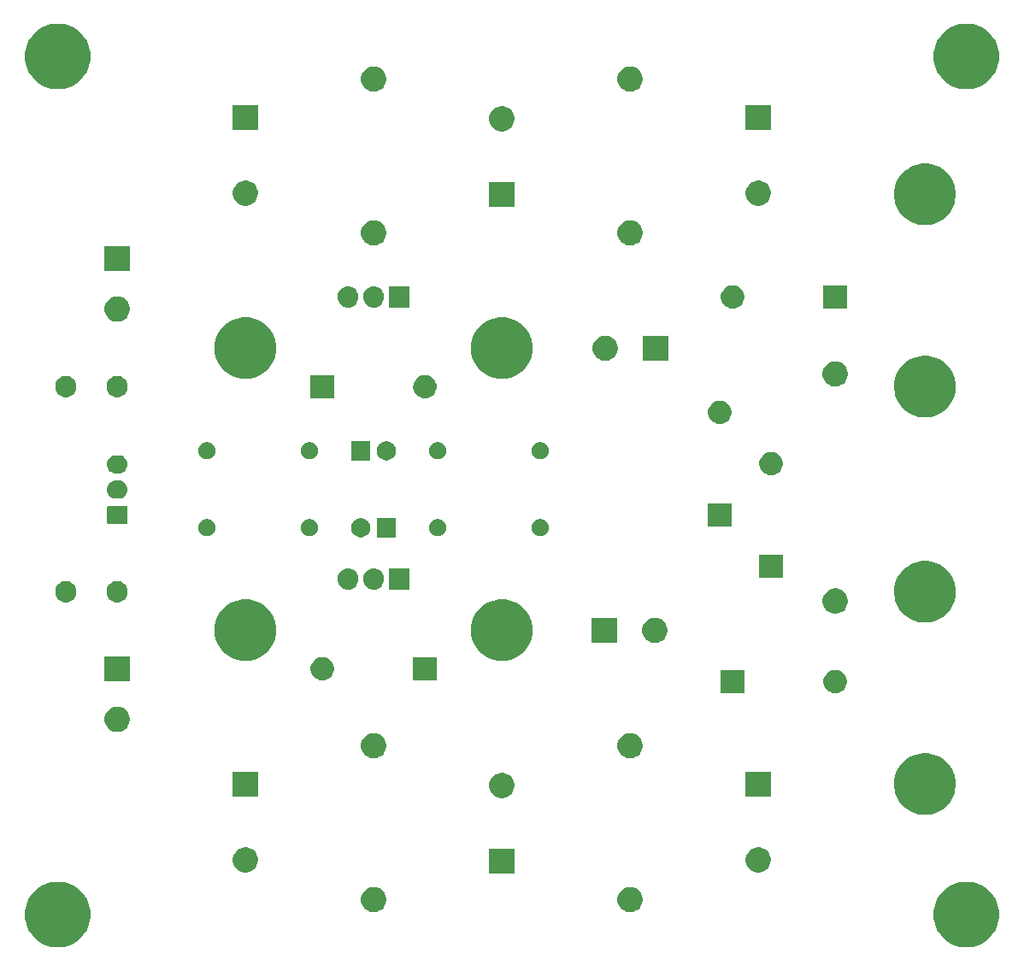
<source format=gbs>
G04 #@! TF.GenerationSoftware,KiCad,Pcbnew,5.1.5+dfsg1-2build2*
G04 #@! TF.CreationDate,2021-10-31T22:16:51+01:00*
G04 #@! TF.ProjectId,power_square,706f7765-725f-4737-9175-6172652e6b69,rev?*
G04 #@! TF.SameCoordinates,Original*
G04 #@! TF.FileFunction,Soldermask,Bot*
G04 #@! TF.FilePolarity,Negative*
%FSLAX46Y46*%
G04 Gerber Fmt 4.6, Leading zero omitted, Abs format (unit mm)*
G04 Created by KiCad (PCBNEW 5.1.5+dfsg1-2build2) date 2021-10-31 22:16:51*
%MOMM*%
%LPD*%
G04 APERTURE LIST*
%ADD10C,0.100000*%
G04 APERTURE END LIST*
D10*
G36*
X220634239Y-141811467D02*
G01*
X220948282Y-141873934D01*
X221539926Y-142119001D01*
X222072392Y-142474784D01*
X222525216Y-142927608D01*
X222880999Y-143460074D01*
X223126066Y-144051718D01*
X223126066Y-144051719D01*
X223251000Y-144679803D01*
X223251000Y-145320197D01*
X223188533Y-145634239D01*
X223126066Y-145948282D01*
X222880999Y-146539926D01*
X222525216Y-147072392D01*
X222072392Y-147525216D01*
X221539926Y-147880999D01*
X220948282Y-148126066D01*
X220634239Y-148188533D01*
X220320197Y-148251000D01*
X219679803Y-148251000D01*
X219365761Y-148188533D01*
X219051718Y-148126066D01*
X218460074Y-147880999D01*
X217927608Y-147525216D01*
X217474784Y-147072392D01*
X217119001Y-146539926D01*
X216873934Y-145948282D01*
X216811467Y-145634239D01*
X216749000Y-145320197D01*
X216749000Y-144679803D01*
X216873934Y-144051719D01*
X216873934Y-144051718D01*
X217119001Y-143460074D01*
X217474784Y-142927608D01*
X217927608Y-142474784D01*
X218460074Y-142119001D01*
X219051718Y-141873934D01*
X219365761Y-141811467D01*
X219679803Y-141749000D01*
X220320197Y-141749000D01*
X220634239Y-141811467D01*
G37*
G36*
X130634239Y-141811467D02*
G01*
X130948282Y-141873934D01*
X131539926Y-142119001D01*
X132072392Y-142474784D01*
X132525216Y-142927608D01*
X132880999Y-143460074D01*
X133126066Y-144051718D01*
X133126066Y-144051719D01*
X133251000Y-144679803D01*
X133251000Y-145320197D01*
X133188533Y-145634239D01*
X133126066Y-145948282D01*
X132880999Y-146539926D01*
X132525216Y-147072392D01*
X132072392Y-147525216D01*
X131539926Y-147880999D01*
X130948282Y-148126066D01*
X130634239Y-148188533D01*
X130320197Y-148251000D01*
X129679803Y-148251000D01*
X129365761Y-148188533D01*
X129051718Y-148126066D01*
X128460074Y-147880999D01*
X127927608Y-147525216D01*
X127474784Y-147072392D01*
X127119001Y-146539926D01*
X126873934Y-145948282D01*
X126811467Y-145634239D01*
X126749000Y-145320197D01*
X126749000Y-144679803D01*
X126873934Y-144051719D01*
X126873934Y-144051718D01*
X127119001Y-143460074D01*
X127474784Y-142927608D01*
X127927608Y-142474784D01*
X128460074Y-142119001D01*
X129051718Y-141873934D01*
X129365761Y-141811467D01*
X129679803Y-141749000D01*
X130320197Y-141749000D01*
X130634239Y-141811467D01*
G37*
G36*
X161654903Y-142307075D02*
G01*
X161882571Y-142401378D01*
X162087466Y-142538285D01*
X162261715Y-142712534D01*
X162354866Y-142851944D01*
X162398623Y-142917431D01*
X162413203Y-142952630D01*
X162492925Y-143145097D01*
X162541000Y-143386787D01*
X162541000Y-143633213D01*
X162492925Y-143874903D01*
X162398622Y-144102571D01*
X162261715Y-144307466D01*
X162087466Y-144481715D01*
X161882571Y-144618622D01*
X161882570Y-144618623D01*
X161882569Y-144618623D01*
X161654903Y-144712925D01*
X161413214Y-144761000D01*
X161166786Y-144761000D01*
X160925097Y-144712925D01*
X160697431Y-144618623D01*
X160697430Y-144618623D01*
X160697429Y-144618622D01*
X160492534Y-144481715D01*
X160318285Y-144307466D01*
X160181378Y-144102571D01*
X160087075Y-143874903D01*
X160039000Y-143633213D01*
X160039000Y-143386787D01*
X160087075Y-143145097D01*
X160166797Y-142952630D01*
X160181377Y-142917431D01*
X160225134Y-142851944D01*
X160318285Y-142712534D01*
X160492534Y-142538285D01*
X160697429Y-142401378D01*
X160925097Y-142307075D01*
X161166786Y-142259000D01*
X161413214Y-142259000D01*
X161654903Y-142307075D01*
G37*
G36*
X187054903Y-142307075D02*
G01*
X187282571Y-142401378D01*
X187487466Y-142538285D01*
X187661715Y-142712534D01*
X187754866Y-142851944D01*
X187798623Y-142917431D01*
X187813203Y-142952630D01*
X187892925Y-143145097D01*
X187941000Y-143386787D01*
X187941000Y-143633213D01*
X187892925Y-143874903D01*
X187798622Y-144102571D01*
X187661715Y-144307466D01*
X187487466Y-144481715D01*
X187282571Y-144618622D01*
X187282570Y-144618623D01*
X187282569Y-144618623D01*
X187054903Y-144712925D01*
X186813214Y-144761000D01*
X186566786Y-144761000D01*
X186325097Y-144712925D01*
X186097431Y-144618623D01*
X186097430Y-144618623D01*
X186097429Y-144618622D01*
X185892534Y-144481715D01*
X185718285Y-144307466D01*
X185581378Y-144102571D01*
X185487075Y-143874903D01*
X185439000Y-143633213D01*
X185439000Y-143386787D01*
X185487075Y-143145097D01*
X185566797Y-142952630D01*
X185581377Y-142917431D01*
X185625134Y-142851944D01*
X185718285Y-142712534D01*
X185892534Y-142538285D01*
X186097429Y-142401378D01*
X186325097Y-142307075D01*
X186566786Y-142259000D01*
X186813214Y-142259000D01*
X187054903Y-142307075D01*
G37*
G36*
X175241000Y-140951000D02*
G01*
X172739000Y-140951000D01*
X172739000Y-138449000D01*
X175241000Y-138449000D01*
X175241000Y-140951000D01*
G37*
G36*
X199754903Y-138377075D02*
G01*
X199982571Y-138471378D01*
X200187466Y-138608285D01*
X200361715Y-138782534D01*
X200498622Y-138987429D01*
X200592925Y-139215097D01*
X200641000Y-139456787D01*
X200641000Y-139703213D01*
X200592925Y-139944903D01*
X200498622Y-140172571D01*
X200361715Y-140377466D01*
X200187466Y-140551715D01*
X199982571Y-140688622D01*
X199982570Y-140688623D01*
X199982569Y-140688623D01*
X199754903Y-140782925D01*
X199513214Y-140831000D01*
X199266786Y-140831000D01*
X199025097Y-140782925D01*
X198797431Y-140688623D01*
X198797430Y-140688623D01*
X198797429Y-140688622D01*
X198592534Y-140551715D01*
X198418285Y-140377466D01*
X198281378Y-140172571D01*
X198187075Y-139944903D01*
X198139000Y-139703213D01*
X198139000Y-139456787D01*
X198187075Y-139215097D01*
X198281378Y-138987429D01*
X198418285Y-138782534D01*
X198592534Y-138608285D01*
X198797429Y-138471378D01*
X199025097Y-138377075D01*
X199266786Y-138329000D01*
X199513214Y-138329000D01*
X199754903Y-138377075D01*
G37*
G36*
X148954903Y-138377075D02*
G01*
X149182571Y-138471378D01*
X149387466Y-138608285D01*
X149561715Y-138782534D01*
X149698622Y-138987429D01*
X149792925Y-139215097D01*
X149841000Y-139456787D01*
X149841000Y-139703213D01*
X149792925Y-139944903D01*
X149698622Y-140172571D01*
X149561715Y-140377466D01*
X149387466Y-140551715D01*
X149182571Y-140688622D01*
X149182570Y-140688623D01*
X149182569Y-140688623D01*
X148954903Y-140782925D01*
X148713214Y-140831000D01*
X148466786Y-140831000D01*
X148225097Y-140782925D01*
X147997431Y-140688623D01*
X147997430Y-140688623D01*
X147997429Y-140688622D01*
X147792534Y-140551715D01*
X147618285Y-140377466D01*
X147481378Y-140172571D01*
X147387075Y-139944903D01*
X147339000Y-139703213D01*
X147339000Y-139456787D01*
X147387075Y-139215097D01*
X147481378Y-138987429D01*
X147618285Y-138782534D01*
X147792534Y-138608285D01*
X147997429Y-138471378D01*
X148225097Y-138377075D01*
X148466786Y-138329000D01*
X148713214Y-138329000D01*
X148954903Y-138377075D01*
G37*
G36*
X216392537Y-129067464D02*
G01*
X216789868Y-129146498D01*
X217345067Y-129376469D01*
X217561372Y-129521000D01*
X217844733Y-129710335D01*
X218269665Y-130135267D01*
X218412565Y-130349133D01*
X218603531Y-130634933D01*
X218833502Y-131190132D01*
X218833502Y-131190133D01*
X218950740Y-131779527D01*
X218950740Y-132380473D01*
X218892121Y-132675170D01*
X218833502Y-132969868D01*
X218603531Y-133525067D01*
X218412565Y-133810867D01*
X218269665Y-134024733D01*
X217844733Y-134449665D01*
X217630867Y-134592565D01*
X217345067Y-134783531D01*
X216789868Y-135013502D01*
X216495170Y-135072121D01*
X216200473Y-135130740D01*
X215599527Y-135130740D01*
X215304830Y-135072121D01*
X215010132Y-135013502D01*
X214454933Y-134783531D01*
X214169133Y-134592565D01*
X213955267Y-134449665D01*
X213530335Y-134024733D01*
X213387435Y-133810867D01*
X213196469Y-133525067D01*
X212966498Y-132969868D01*
X212907879Y-132675170D01*
X212849260Y-132380473D01*
X212849260Y-131779527D01*
X212966498Y-131190133D01*
X212966498Y-131190132D01*
X213196469Y-130634933D01*
X213387435Y-130349133D01*
X213530335Y-130135267D01*
X213955267Y-129710335D01*
X214238628Y-129521000D01*
X214454933Y-129376469D01*
X215010132Y-129146498D01*
X215407463Y-129067464D01*
X215599527Y-129029260D01*
X216200473Y-129029260D01*
X216392537Y-129067464D01*
G37*
G36*
X174354903Y-130997075D02*
G01*
X174582571Y-131091378D01*
X174787466Y-131228285D01*
X174961715Y-131402534D01*
X175098622Y-131607429D01*
X175192925Y-131835097D01*
X175241000Y-132076787D01*
X175241000Y-132323213D01*
X175192925Y-132564903D01*
X175098622Y-132792571D01*
X174961715Y-132997466D01*
X174787466Y-133171715D01*
X174582571Y-133308622D01*
X174582570Y-133308623D01*
X174582569Y-133308623D01*
X174354903Y-133402925D01*
X174113214Y-133451000D01*
X173866786Y-133451000D01*
X173625097Y-133402925D01*
X173397431Y-133308623D01*
X173397430Y-133308623D01*
X173397429Y-133308622D01*
X173192534Y-133171715D01*
X173018285Y-132997466D01*
X172881378Y-132792571D01*
X172787075Y-132564903D01*
X172739000Y-132323213D01*
X172739000Y-132076787D01*
X172787075Y-131835097D01*
X172881378Y-131607429D01*
X173018285Y-131402534D01*
X173192534Y-131228285D01*
X173397429Y-131091378D01*
X173625097Y-130997075D01*
X173866786Y-130949000D01*
X174113214Y-130949000D01*
X174354903Y-130997075D01*
G37*
G36*
X200641000Y-133331000D02*
G01*
X198139000Y-133331000D01*
X198139000Y-130829000D01*
X200641000Y-130829000D01*
X200641000Y-133331000D01*
G37*
G36*
X149841000Y-133331000D02*
G01*
X147339000Y-133331000D01*
X147339000Y-130829000D01*
X149841000Y-130829000D01*
X149841000Y-133331000D01*
G37*
G36*
X187054903Y-127067075D02*
G01*
X187282571Y-127161378D01*
X187487466Y-127298285D01*
X187661715Y-127472534D01*
X187798622Y-127677429D01*
X187892925Y-127905097D01*
X187941000Y-128146787D01*
X187941000Y-128393213D01*
X187892925Y-128634903D01*
X187798622Y-128862571D01*
X187661715Y-129067466D01*
X187487466Y-129241715D01*
X187282571Y-129378622D01*
X187282570Y-129378623D01*
X187282569Y-129378623D01*
X187054903Y-129472925D01*
X186813214Y-129521000D01*
X186566786Y-129521000D01*
X186325097Y-129472925D01*
X186097431Y-129378623D01*
X186097430Y-129378623D01*
X186097429Y-129378622D01*
X185892534Y-129241715D01*
X185718285Y-129067466D01*
X185581378Y-128862571D01*
X185487075Y-128634903D01*
X185439000Y-128393213D01*
X185439000Y-128146787D01*
X185487075Y-127905097D01*
X185581378Y-127677429D01*
X185718285Y-127472534D01*
X185892534Y-127298285D01*
X186097429Y-127161378D01*
X186325097Y-127067075D01*
X186566786Y-127019000D01*
X186813214Y-127019000D01*
X187054903Y-127067075D01*
G37*
G36*
X161654903Y-127067075D02*
G01*
X161882571Y-127161378D01*
X162087466Y-127298285D01*
X162261715Y-127472534D01*
X162398622Y-127677429D01*
X162492925Y-127905097D01*
X162541000Y-128146787D01*
X162541000Y-128393213D01*
X162492925Y-128634903D01*
X162398622Y-128862571D01*
X162261715Y-129067466D01*
X162087466Y-129241715D01*
X161882571Y-129378622D01*
X161882570Y-129378623D01*
X161882569Y-129378623D01*
X161654903Y-129472925D01*
X161413214Y-129521000D01*
X161166786Y-129521000D01*
X160925097Y-129472925D01*
X160697431Y-129378623D01*
X160697430Y-129378623D01*
X160697429Y-129378622D01*
X160492534Y-129241715D01*
X160318285Y-129067466D01*
X160181378Y-128862571D01*
X160087075Y-128634903D01*
X160039000Y-128393213D01*
X160039000Y-128146787D01*
X160087075Y-127905097D01*
X160181378Y-127677429D01*
X160318285Y-127472534D01*
X160492534Y-127298285D01*
X160697429Y-127161378D01*
X160925097Y-127067075D01*
X161166786Y-127019000D01*
X161413214Y-127019000D01*
X161654903Y-127067075D01*
G37*
G36*
X136254903Y-124447075D02*
G01*
X136482571Y-124541378D01*
X136687466Y-124678285D01*
X136861715Y-124852534D01*
X136998622Y-125057429D01*
X137092925Y-125285097D01*
X137141000Y-125526787D01*
X137141000Y-125773213D01*
X137092925Y-126014903D01*
X136998622Y-126242571D01*
X136861715Y-126447466D01*
X136687466Y-126621715D01*
X136482571Y-126758622D01*
X136482570Y-126758623D01*
X136482569Y-126758623D01*
X136254903Y-126852925D01*
X136013214Y-126901000D01*
X135766786Y-126901000D01*
X135525097Y-126852925D01*
X135297431Y-126758623D01*
X135297430Y-126758623D01*
X135297429Y-126758622D01*
X135092534Y-126621715D01*
X134918285Y-126447466D01*
X134781378Y-126242571D01*
X134687075Y-126014903D01*
X134639000Y-125773213D01*
X134639000Y-125526787D01*
X134687075Y-125285097D01*
X134781378Y-125057429D01*
X134918285Y-124852534D01*
X135092534Y-124678285D01*
X135297429Y-124541378D01*
X135525097Y-124447075D01*
X135766786Y-124399000D01*
X136013214Y-124399000D01*
X136254903Y-124447075D01*
G37*
G36*
X207234549Y-120791116D02*
G01*
X207345734Y-120813232D01*
X207555203Y-120899997D01*
X207743720Y-121025960D01*
X207904040Y-121186280D01*
X208030003Y-121374797D01*
X208116768Y-121584266D01*
X208161000Y-121806636D01*
X208161000Y-122033364D01*
X208116768Y-122255734D01*
X208030003Y-122465203D01*
X207904040Y-122653720D01*
X207743720Y-122814040D01*
X207555203Y-122940003D01*
X207345734Y-123026768D01*
X207234549Y-123048884D01*
X207123365Y-123071000D01*
X206896635Y-123071000D01*
X206785451Y-123048884D01*
X206674266Y-123026768D01*
X206464797Y-122940003D01*
X206276280Y-122814040D01*
X206115960Y-122653720D01*
X205989997Y-122465203D01*
X205903232Y-122255734D01*
X205859000Y-122033364D01*
X205859000Y-121806636D01*
X205903232Y-121584266D01*
X205989997Y-121374797D01*
X206115960Y-121186280D01*
X206276280Y-121025960D01*
X206464797Y-120899997D01*
X206674266Y-120813232D01*
X206785451Y-120791116D01*
X206896635Y-120769000D01*
X207123365Y-120769000D01*
X207234549Y-120791116D01*
G37*
G36*
X198001000Y-123071000D02*
G01*
X195699000Y-123071000D01*
X195699000Y-120769000D01*
X198001000Y-120769000D01*
X198001000Y-123071000D01*
G37*
G36*
X137141000Y-121901000D02*
G01*
X134639000Y-121901000D01*
X134639000Y-119399000D01*
X137141000Y-119399000D01*
X137141000Y-121901000D01*
G37*
G36*
X156434549Y-119521116D02*
G01*
X156545734Y-119543232D01*
X156755203Y-119629997D01*
X156943720Y-119755960D01*
X157104040Y-119916280D01*
X157230003Y-120104797D01*
X157316768Y-120314266D01*
X157361000Y-120536636D01*
X157361000Y-120763364D01*
X157316768Y-120985734D01*
X157230003Y-121195203D01*
X157104040Y-121383720D01*
X156943720Y-121544040D01*
X156755203Y-121670003D01*
X156545734Y-121756768D01*
X156434549Y-121778884D01*
X156323365Y-121801000D01*
X156096635Y-121801000D01*
X155985451Y-121778884D01*
X155874266Y-121756768D01*
X155664797Y-121670003D01*
X155476280Y-121544040D01*
X155315960Y-121383720D01*
X155189997Y-121195203D01*
X155103232Y-120985734D01*
X155059000Y-120763364D01*
X155059000Y-120536636D01*
X155103232Y-120314266D01*
X155189997Y-120104797D01*
X155315960Y-119916280D01*
X155476280Y-119755960D01*
X155664797Y-119629997D01*
X155874266Y-119543232D01*
X155985451Y-119521116D01*
X156096635Y-119499000D01*
X156323365Y-119499000D01*
X156434549Y-119521116D01*
G37*
G36*
X167521000Y-121801000D02*
G01*
X165219000Y-121801000D01*
X165219000Y-119499000D01*
X167521000Y-119499000D01*
X167521000Y-121801000D01*
G37*
G36*
X149479943Y-113906248D02*
G01*
X150035189Y-114136238D01*
X150035190Y-114136239D01*
X150534899Y-114470134D01*
X150959866Y-114895101D01*
X151013074Y-114974733D01*
X151293762Y-115394811D01*
X151523752Y-115950057D01*
X151641000Y-116539501D01*
X151641000Y-117140499D01*
X151523752Y-117729943D01*
X151293762Y-118285189D01*
X151293761Y-118285190D01*
X150959866Y-118784899D01*
X150534899Y-119209866D01*
X150283347Y-119377948D01*
X150035189Y-119543762D01*
X149479943Y-119773752D01*
X148890499Y-119891000D01*
X148289501Y-119891000D01*
X147700057Y-119773752D01*
X147144811Y-119543762D01*
X146896653Y-119377948D01*
X146645101Y-119209866D01*
X146220134Y-118784899D01*
X145886239Y-118285190D01*
X145886238Y-118285189D01*
X145656248Y-117729943D01*
X145539000Y-117140499D01*
X145539000Y-116539501D01*
X145656248Y-115950057D01*
X145886238Y-115394811D01*
X146166926Y-114974733D01*
X146220134Y-114895101D01*
X146645101Y-114470134D01*
X147144810Y-114136239D01*
X147144811Y-114136238D01*
X147700057Y-113906248D01*
X148289501Y-113789000D01*
X148890499Y-113789000D01*
X149479943Y-113906248D01*
G37*
G36*
X174879943Y-113906248D02*
G01*
X175435189Y-114136238D01*
X175435190Y-114136239D01*
X175934899Y-114470134D01*
X176359866Y-114895101D01*
X176413074Y-114974733D01*
X176693762Y-115394811D01*
X176923752Y-115950057D01*
X177041000Y-116539501D01*
X177041000Y-117140499D01*
X176923752Y-117729943D01*
X176693762Y-118285189D01*
X176693761Y-118285190D01*
X176359866Y-118784899D01*
X175934899Y-119209866D01*
X175683347Y-119377948D01*
X175435189Y-119543762D01*
X174879943Y-119773752D01*
X174290499Y-119891000D01*
X173689501Y-119891000D01*
X173100057Y-119773752D01*
X172544811Y-119543762D01*
X172296653Y-119377948D01*
X172045101Y-119209866D01*
X171620134Y-118784899D01*
X171286239Y-118285190D01*
X171286238Y-118285189D01*
X171056248Y-117729943D01*
X170939000Y-117140499D01*
X170939000Y-116539501D01*
X171056248Y-115950057D01*
X171286238Y-115394811D01*
X171566926Y-114974733D01*
X171620134Y-114895101D01*
X172045101Y-114470134D01*
X172544810Y-114136239D01*
X172544811Y-114136238D01*
X173100057Y-113906248D01*
X173689501Y-113789000D01*
X174290499Y-113789000D01*
X174879943Y-113906248D01*
G37*
G36*
X189514903Y-115637075D02*
G01*
X189742571Y-115731378D01*
X189947466Y-115868285D01*
X190121715Y-116042534D01*
X190258622Y-116247429D01*
X190352925Y-116475097D01*
X190401000Y-116716787D01*
X190401000Y-116963213D01*
X190352925Y-117204903D01*
X190258622Y-117432571D01*
X190121715Y-117637466D01*
X189947466Y-117811715D01*
X189742571Y-117948622D01*
X189742570Y-117948623D01*
X189742569Y-117948623D01*
X189514903Y-118042925D01*
X189273214Y-118091000D01*
X189026786Y-118091000D01*
X188785097Y-118042925D01*
X188557431Y-117948623D01*
X188557430Y-117948623D01*
X188557429Y-117948622D01*
X188352534Y-117811715D01*
X188178285Y-117637466D01*
X188041378Y-117432571D01*
X187947075Y-117204903D01*
X187899000Y-116963213D01*
X187899000Y-116716787D01*
X187947075Y-116475097D01*
X188041378Y-116247429D01*
X188178285Y-116042534D01*
X188352534Y-115868285D01*
X188557429Y-115731378D01*
X188785097Y-115637075D01*
X189026786Y-115589000D01*
X189273214Y-115589000D01*
X189514903Y-115637075D01*
G37*
G36*
X185401000Y-118091000D02*
G01*
X182899000Y-118091000D01*
X182899000Y-115589000D01*
X185401000Y-115589000D01*
X185401000Y-118091000D01*
G37*
G36*
X216495170Y-110037879D02*
G01*
X216789868Y-110096498D01*
X217345067Y-110326469D01*
X217630867Y-110517435D01*
X217844733Y-110660335D01*
X218269665Y-111085267D01*
X218314447Y-111152289D01*
X218603531Y-111584933D01*
X218833502Y-112140132D01*
X218833502Y-112140133D01*
X218950740Y-112729527D01*
X218950740Y-113330473D01*
X218911530Y-113527594D01*
X218833502Y-113919868D01*
X218603531Y-114475067D01*
X218428202Y-114737464D01*
X218269665Y-114974733D01*
X217844733Y-115399665D01*
X217630867Y-115542565D01*
X217345067Y-115733531D01*
X216789868Y-115963502D01*
X216495170Y-116022121D01*
X216200473Y-116080740D01*
X215599527Y-116080740D01*
X215304830Y-116022121D01*
X215010132Y-115963502D01*
X214454933Y-115733531D01*
X214169133Y-115542565D01*
X213955267Y-115399665D01*
X213530335Y-114974733D01*
X213371798Y-114737464D01*
X213196469Y-114475067D01*
X212966498Y-113919868D01*
X212888470Y-113527594D01*
X212849260Y-113330473D01*
X212849260Y-112729527D01*
X212966498Y-112140133D01*
X212966498Y-112140132D01*
X213196469Y-111584933D01*
X213485553Y-111152289D01*
X213530335Y-111085267D01*
X213955267Y-110660335D01*
X214169133Y-110517435D01*
X214454933Y-110326469D01*
X215010132Y-110096498D01*
X215304830Y-110037879D01*
X215599527Y-109979260D01*
X216200473Y-109979260D01*
X216495170Y-110037879D01*
G37*
G36*
X207307074Y-112723583D02*
G01*
X207374903Y-112737075D01*
X207602571Y-112831378D01*
X207807466Y-112968285D01*
X207981715Y-113142534D01*
X208107292Y-113330473D01*
X208118623Y-113347431D01*
X208212925Y-113575097D01*
X208261000Y-113816786D01*
X208261000Y-114063214D01*
X208246474Y-114136239D01*
X208212925Y-114304903D01*
X208118622Y-114532571D01*
X207981715Y-114737466D01*
X207807466Y-114911715D01*
X207602571Y-115048622D01*
X207602570Y-115048623D01*
X207602569Y-115048623D01*
X207374903Y-115142925D01*
X207133214Y-115191000D01*
X206886786Y-115191000D01*
X206645097Y-115142925D01*
X206417431Y-115048623D01*
X206417430Y-115048623D01*
X206417429Y-115048622D01*
X206212534Y-114911715D01*
X206038285Y-114737466D01*
X205901378Y-114532571D01*
X205807075Y-114304903D01*
X205773526Y-114136239D01*
X205759000Y-114063214D01*
X205759000Y-113816786D01*
X205807075Y-113575097D01*
X205901377Y-113347431D01*
X205912708Y-113330473D01*
X206038285Y-113142534D01*
X206212534Y-112968285D01*
X206417429Y-112831378D01*
X206645097Y-112737075D01*
X206712926Y-112723583D01*
X206886786Y-112689000D01*
X207133214Y-112689000D01*
X207307074Y-112723583D01*
G37*
G36*
X136196416Y-112019879D02*
G01*
X136387592Y-112099067D01*
X136387594Y-112099068D01*
X136559648Y-112214031D01*
X136705969Y-112360352D01*
X136812987Y-112520515D01*
X136820933Y-112532408D01*
X136900121Y-112723584D01*
X136940490Y-112926534D01*
X136940490Y-113133466D01*
X136900121Y-113336416D01*
X136895559Y-113347429D01*
X136820932Y-113527594D01*
X136705969Y-113699648D01*
X136559648Y-113845969D01*
X136387594Y-113960932D01*
X136387593Y-113960933D01*
X136387592Y-113960933D01*
X136196416Y-114040121D01*
X135993466Y-114080490D01*
X135786534Y-114080490D01*
X135583584Y-114040121D01*
X135392408Y-113960933D01*
X135392407Y-113960933D01*
X135392406Y-113960932D01*
X135220352Y-113845969D01*
X135074031Y-113699648D01*
X134959068Y-113527594D01*
X134884441Y-113347429D01*
X134879879Y-113336416D01*
X134839510Y-113133466D01*
X134839510Y-112926534D01*
X134879879Y-112723584D01*
X134959067Y-112532408D01*
X134967014Y-112520515D01*
X135074031Y-112360352D01*
X135220352Y-112214031D01*
X135392406Y-112099068D01*
X135392408Y-112099067D01*
X135583584Y-112019879D01*
X135786534Y-111979510D01*
X135993466Y-111979510D01*
X136196416Y-112019879D01*
G37*
G36*
X131116416Y-112019879D02*
G01*
X131307592Y-112099067D01*
X131307594Y-112099068D01*
X131479648Y-112214031D01*
X131625969Y-112360352D01*
X131732987Y-112520515D01*
X131740933Y-112532408D01*
X131820121Y-112723584D01*
X131860490Y-112926534D01*
X131860490Y-113133466D01*
X131820121Y-113336416D01*
X131815559Y-113347429D01*
X131740932Y-113527594D01*
X131625969Y-113699648D01*
X131479648Y-113845969D01*
X131307594Y-113960932D01*
X131307593Y-113960933D01*
X131307592Y-113960933D01*
X131116416Y-114040121D01*
X130913466Y-114080490D01*
X130706534Y-114080490D01*
X130503584Y-114040121D01*
X130312408Y-113960933D01*
X130312407Y-113960933D01*
X130312406Y-113960932D01*
X130140352Y-113845969D01*
X129994031Y-113699648D01*
X129879068Y-113527594D01*
X129804441Y-113347429D01*
X129799879Y-113336416D01*
X129759510Y-113133466D01*
X129759510Y-112926534D01*
X129799879Y-112723584D01*
X129879067Y-112532408D01*
X129887014Y-112520515D01*
X129994031Y-112360352D01*
X130140352Y-112214031D01*
X130312406Y-112099068D01*
X130312408Y-112099067D01*
X130503584Y-112019879D01*
X130706534Y-111979510D01*
X130913466Y-111979510D01*
X131116416Y-112019879D01*
G37*
G36*
X161486720Y-110723520D02*
G01*
X161675881Y-110780901D01*
X161850212Y-110874083D01*
X162003015Y-110999485D01*
X162128417Y-111152288D01*
X162172182Y-111234167D01*
X162221598Y-111326617D01*
X162221599Y-111326620D01*
X162278980Y-111515781D01*
X162293500Y-111663207D01*
X162293500Y-111856794D01*
X162278980Y-112004220D01*
X162221599Y-112193381D01*
X162128417Y-112367712D01*
X162003015Y-112520515D01*
X161850212Y-112645917D01*
X161769609Y-112689000D01*
X161675883Y-112739098D01*
X161675880Y-112739099D01*
X161486719Y-112796480D01*
X161290000Y-112815855D01*
X161093280Y-112796480D01*
X160904119Y-112739099D01*
X160729788Y-112645917D01*
X160576985Y-112520515D01*
X160451583Y-112367712D01*
X160369439Y-112214031D01*
X160358402Y-112193383D01*
X160342249Y-112140133D01*
X160301020Y-112004219D01*
X160286500Y-111856793D01*
X160286500Y-111663206D01*
X160301020Y-111515780D01*
X160358401Y-111326619D01*
X160451583Y-111152288D01*
X160576985Y-110999485D01*
X160729788Y-110874083D01*
X160904120Y-110780901D01*
X161093281Y-110723520D01*
X161290000Y-110704145D01*
X161486720Y-110723520D01*
G37*
G36*
X158946720Y-110723520D02*
G01*
X159135881Y-110780901D01*
X159310212Y-110874083D01*
X159463015Y-110999485D01*
X159588417Y-111152288D01*
X159632182Y-111234167D01*
X159681598Y-111326617D01*
X159681599Y-111326620D01*
X159738980Y-111515781D01*
X159753500Y-111663207D01*
X159753500Y-111856794D01*
X159738980Y-112004220D01*
X159681599Y-112193381D01*
X159588417Y-112367712D01*
X159463015Y-112520515D01*
X159310212Y-112645917D01*
X159229609Y-112689000D01*
X159135883Y-112739098D01*
X159135880Y-112739099D01*
X158946719Y-112796480D01*
X158750000Y-112815855D01*
X158553280Y-112796480D01*
X158364119Y-112739099D01*
X158189788Y-112645917D01*
X158036985Y-112520515D01*
X157911583Y-112367712D01*
X157829439Y-112214031D01*
X157818402Y-112193383D01*
X157802249Y-112140133D01*
X157761020Y-112004219D01*
X157746500Y-111856793D01*
X157746500Y-111663206D01*
X157761020Y-111515780D01*
X157818401Y-111326619D01*
X157911583Y-111152288D01*
X158036985Y-110999485D01*
X158189788Y-110874083D01*
X158364120Y-110780901D01*
X158553281Y-110723520D01*
X158750000Y-110704145D01*
X158946720Y-110723520D01*
G37*
G36*
X164833500Y-112811000D02*
G01*
X162826500Y-112811000D01*
X162826500Y-110709000D01*
X164833500Y-110709000D01*
X164833500Y-112811000D01*
G37*
G36*
X201811000Y-111641000D02*
G01*
X199509000Y-111641000D01*
X199509000Y-109339000D01*
X201811000Y-109339000D01*
X201811000Y-111641000D01*
G37*
G36*
X163511000Y-107631000D02*
G01*
X161609000Y-107631000D01*
X161609000Y-105729000D01*
X163511000Y-105729000D01*
X163511000Y-107631000D01*
G37*
G36*
X160297395Y-105765546D02*
G01*
X160470466Y-105837234D01*
X160470467Y-105837235D01*
X160626227Y-105941310D01*
X160758690Y-106073773D01*
X160801284Y-106137520D01*
X160862766Y-106229534D01*
X160934454Y-106402605D01*
X160971000Y-106586333D01*
X160971000Y-106773667D01*
X160934454Y-106957395D01*
X160862766Y-107130466D01*
X160862765Y-107130467D01*
X160758690Y-107286227D01*
X160626227Y-107418690D01*
X160603092Y-107434148D01*
X160470466Y-107522766D01*
X160297395Y-107594454D01*
X160113667Y-107631000D01*
X159926333Y-107631000D01*
X159742605Y-107594454D01*
X159569534Y-107522766D01*
X159436908Y-107434148D01*
X159413773Y-107418690D01*
X159281310Y-107286227D01*
X159177235Y-107130467D01*
X159177234Y-107130466D01*
X159105546Y-106957395D01*
X159069000Y-106773667D01*
X159069000Y-106586333D01*
X159105546Y-106402605D01*
X159177234Y-106229534D01*
X159238716Y-106137520D01*
X159281310Y-106073773D01*
X159413773Y-105941310D01*
X159569533Y-105837235D01*
X159569534Y-105837234D01*
X159742605Y-105765546D01*
X159926333Y-105729000D01*
X160113667Y-105729000D01*
X160297395Y-105765546D01*
G37*
G36*
X178048228Y-105861703D02*
G01*
X178203100Y-105925853D01*
X178342481Y-106018985D01*
X178461015Y-106137519D01*
X178554147Y-106276900D01*
X178618297Y-106431772D01*
X178651000Y-106596184D01*
X178651000Y-106763816D01*
X178618297Y-106928228D01*
X178554147Y-107083100D01*
X178461015Y-107222481D01*
X178342481Y-107341015D01*
X178203100Y-107434147D01*
X178048228Y-107498297D01*
X177883816Y-107531000D01*
X177716184Y-107531000D01*
X177551772Y-107498297D01*
X177396900Y-107434147D01*
X177257519Y-107341015D01*
X177138985Y-107222481D01*
X177045853Y-107083100D01*
X176981703Y-106928228D01*
X176949000Y-106763816D01*
X176949000Y-106596184D01*
X176981703Y-106431772D01*
X177045853Y-106276900D01*
X177138985Y-106137519D01*
X177257519Y-106018985D01*
X177396900Y-105925853D01*
X177551772Y-105861703D01*
X177716184Y-105829000D01*
X177883816Y-105829000D01*
X178048228Y-105861703D01*
G37*
G36*
X167888228Y-105861703D02*
G01*
X168043100Y-105925853D01*
X168182481Y-106018985D01*
X168301015Y-106137519D01*
X168394147Y-106276900D01*
X168458297Y-106431772D01*
X168491000Y-106596184D01*
X168491000Y-106763816D01*
X168458297Y-106928228D01*
X168394147Y-107083100D01*
X168301015Y-107222481D01*
X168182481Y-107341015D01*
X168043100Y-107434147D01*
X167888228Y-107498297D01*
X167723816Y-107531000D01*
X167556184Y-107531000D01*
X167391772Y-107498297D01*
X167236900Y-107434147D01*
X167097519Y-107341015D01*
X166978985Y-107222481D01*
X166885853Y-107083100D01*
X166821703Y-106928228D01*
X166789000Y-106763816D01*
X166789000Y-106596184D01*
X166821703Y-106431772D01*
X166885853Y-106276900D01*
X166978985Y-106137519D01*
X167097519Y-106018985D01*
X167236900Y-105925853D01*
X167391772Y-105861703D01*
X167556184Y-105829000D01*
X167723816Y-105829000D01*
X167888228Y-105861703D01*
G37*
G36*
X155188228Y-105861703D02*
G01*
X155343100Y-105925853D01*
X155482481Y-106018985D01*
X155601015Y-106137519D01*
X155694147Y-106276900D01*
X155758297Y-106431772D01*
X155791000Y-106596184D01*
X155791000Y-106763816D01*
X155758297Y-106928228D01*
X155694147Y-107083100D01*
X155601015Y-107222481D01*
X155482481Y-107341015D01*
X155343100Y-107434147D01*
X155188228Y-107498297D01*
X155023816Y-107531000D01*
X154856184Y-107531000D01*
X154691772Y-107498297D01*
X154536900Y-107434147D01*
X154397519Y-107341015D01*
X154278985Y-107222481D01*
X154185853Y-107083100D01*
X154121703Y-106928228D01*
X154089000Y-106763816D01*
X154089000Y-106596184D01*
X154121703Y-106431772D01*
X154185853Y-106276900D01*
X154278985Y-106137519D01*
X154397519Y-106018985D01*
X154536900Y-105925853D01*
X154691772Y-105861703D01*
X154856184Y-105829000D01*
X155023816Y-105829000D01*
X155188228Y-105861703D01*
G37*
G36*
X145028228Y-105861703D02*
G01*
X145183100Y-105925853D01*
X145322481Y-106018985D01*
X145441015Y-106137519D01*
X145534147Y-106276900D01*
X145598297Y-106431772D01*
X145631000Y-106596184D01*
X145631000Y-106763816D01*
X145598297Y-106928228D01*
X145534147Y-107083100D01*
X145441015Y-107222481D01*
X145322481Y-107341015D01*
X145183100Y-107434147D01*
X145028228Y-107498297D01*
X144863816Y-107531000D01*
X144696184Y-107531000D01*
X144531772Y-107498297D01*
X144376900Y-107434147D01*
X144237519Y-107341015D01*
X144118985Y-107222481D01*
X144025853Y-107083100D01*
X143961703Y-106928228D01*
X143929000Y-106763816D01*
X143929000Y-106596184D01*
X143961703Y-106431772D01*
X144025853Y-106276900D01*
X144118985Y-106137519D01*
X144237519Y-106018985D01*
X144376900Y-105925853D01*
X144531772Y-105861703D01*
X144696184Y-105829000D01*
X144863816Y-105829000D01*
X145028228Y-105861703D01*
G37*
G36*
X196731000Y-106561000D02*
G01*
X194429000Y-106561000D01*
X194429000Y-104259000D01*
X196731000Y-104259000D01*
X196731000Y-106561000D01*
G37*
G36*
X136773600Y-104512989D02*
G01*
X136806652Y-104523015D01*
X136837103Y-104539292D01*
X136863799Y-104561201D01*
X136885708Y-104587897D01*
X136901985Y-104618348D01*
X136912011Y-104651400D01*
X136916000Y-104691903D01*
X136916000Y-106128097D01*
X136912011Y-106168600D01*
X136901985Y-106201652D01*
X136885708Y-106232103D01*
X136863799Y-106258799D01*
X136837103Y-106280708D01*
X136806652Y-106296985D01*
X136773600Y-106307011D01*
X136733097Y-106311000D01*
X135046903Y-106311000D01*
X135006400Y-106307011D01*
X134973348Y-106296985D01*
X134942897Y-106280708D01*
X134916201Y-106258799D01*
X134894292Y-106232103D01*
X134878015Y-106201652D01*
X134867989Y-106168600D01*
X134864000Y-106128097D01*
X134864000Y-104691903D01*
X134867989Y-104651400D01*
X134878015Y-104618348D01*
X134894292Y-104587897D01*
X134916201Y-104561201D01*
X134942897Y-104539292D01*
X134973348Y-104523015D01*
X135006400Y-104512989D01*
X135046903Y-104509000D01*
X136733097Y-104509000D01*
X136773600Y-104512989D01*
G37*
G36*
X136125443Y-102015519D02*
G01*
X136191627Y-102022037D01*
X136361466Y-102073557D01*
X136517991Y-102157222D01*
X136553729Y-102186552D01*
X136655186Y-102269814D01*
X136738448Y-102371271D01*
X136767778Y-102407009D01*
X136851443Y-102563534D01*
X136902963Y-102733373D01*
X136920359Y-102910000D01*
X136902963Y-103086627D01*
X136851443Y-103256466D01*
X136767778Y-103412991D01*
X136738448Y-103448729D01*
X136655186Y-103550186D01*
X136553729Y-103633448D01*
X136517991Y-103662778D01*
X136361466Y-103746443D01*
X136191627Y-103797963D01*
X136125443Y-103804481D01*
X136059260Y-103811000D01*
X135720740Y-103811000D01*
X135654558Y-103804482D01*
X135588373Y-103797963D01*
X135418534Y-103746443D01*
X135262009Y-103662778D01*
X135226271Y-103633448D01*
X135124814Y-103550186D01*
X135041552Y-103448729D01*
X135012222Y-103412991D01*
X134928557Y-103256466D01*
X134877037Y-103086627D01*
X134859641Y-102910000D01*
X134877037Y-102733373D01*
X134928557Y-102563534D01*
X135012222Y-102407009D01*
X135041552Y-102371271D01*
X135124814Y-102269814D01*
X135226271Y-102186552D01*
X135262009Y-102157222D01*
X135418534Y-102073557D01*
X135588373Y-102022037D01*
X135654557Y-102015519D01*
X135720740Y-102009000D01*
X136059260Y-102009000D01*
X136125443Y-102015519D01*
G37*
G36*
X200884549Y-99201116D02*
G01*
X200995734Y-99223232D01*
X201143850Y-99284584D01*
X201200933Y-99308228D01*
X201205203Y-99309997D01*
X201393720Y-99435960D01*
X201554040Y-99596280D01*
X201680003Y-99784797D01*
X201766768Y-99994266D01*
X201811000Y-100216636D01*
X201811000Y-100443364D01*
X201766768Y-100665734D01*
X201680003Y-100875203D01*
X201554040Y-101063720D01*
X201393720Y-101224040D01*
X201205203Y-101350003D01*
X200995734Y-101436768D01*
X200884549Y-101458884D01*
X200773365Y-101481000D01*
X200546635Y-101481000D01*
X200435451Y-101458884D01*
X200324266Y-101436768D01*
X200114797Y-101350003D01*
X199926280Y-101224040D01*
X199765960Y-101063720D01*
X199639997Y-100875203D01*
X199553232Y-100665734D01*
X199509000Y-100443364D01*
X199509000Y-100216636D01*
X199553232Y-99994266D01*
X199639997Y-99784797D01*
X199765960Y-99596280D01*
X199926280Y-99435960D01*
X200114797Y-99309997D01*
X200119068Y-99308228D01*
X200176150Y-99284584D01*
X200324266Y-99223232D01*
X200435451Y-99201116D01*
X200546635Y-99179000D01*
X200773365Y-99179000D01*
X200884549Y-99201116D01*
G37*
G36*
X136125443Y-99515519D02*
G01*
X136191627Y-99522037D01*
X136361466Y-99573557D01*
X136517991Y-99657222D01*
X136553729Y-99686552D01*
X136655186Y-99769814D01*
X136738448Y-99871271D01*
X136767778Y-99907009D01*
X136851443Y-100063534D01*
X136902963Y-100233373D01*
X136920359Y-100410000D01*
X136902963Y-100586627D01*
X136851443Y-100756466D01*
X136767778Y-100912991D01*
X136738448Y-100948729D01*
X136655186Y-101050186D01*
X136553729Y-101133448D01*
X136517991Y-101162778D01*
X136361466Y-101246443D01*
X136191627Y-101297963D01*
X136125442Y-101304482D01*
X136059260Y-101311000D01*
X135720740Y-101311000D01*
X135654558Y-101304482D01*
X135588373Y-101297963D01*
X135418534Y-101246443D01*
X135262009Y-101162778D01*
X135226271Y-101133448D01*
X135124814Y-101050186D01*
X135041552Y-100948729D01*
X135012222Y-100912991D01*
X134928557Y-100756466D01*
X134877037Y-100586627D01*
X134859641Y-100410000D01*
X134877037Y-100233373D01*
X134928557Y-100063534D01*
X135012222Y-99907009D01*
X135041552Y-99871271D01*
X135124814Y-99769814D01*
X135226271Y-99686552D01*
X135262009Y-99657222D01*
X135418534Y-99573557D01*
X135588373Y-99522037D01*
X135654557Y-99515519D01*
X135720740Y-99509000D01*
X136059260Y-99509000D01*
X136125443Y-99515519D01*
G37*
G36*
X162837395Y-98145546D02*
G01*
X163010466Y-98217234D01*
X163010467Y-98217235D01*
X163166227Y-98321310D01*
X163298690Y-98453773D01*
X163341284Y-98517520D01*
X163402766Y-98609534D01*
X163474454Y-98782605D01*
X163511000Y-98966333D01*
X163511000Y-99153667D01*
X163474454Y-99337395D01*
X163402766Y-99510466D01*
X163402765Y-99510467D01*
X163298690Y-99666227D01*
X163166227Y-99798690D01*
X163143092Y-99814148D01*
X163010466Y-99902766D01*
X162837395Y-99974454D01*
X162653667Y-100011000D01*
X162466333Y-100011000D01*
X162282605Y-99974454D01*
X162109534Y-99902766D01*
X161976908Y-99814148D01*
X161953773Y-99798690D01*
X161821310Y-99666227D01*
X161717235Y-99510467D01*
X161717234Y-99510466D01*
X161645546Y-99337395D01*
X161609000Y-99153667D01*
X161609000Y-98966333D01*
X161645546Y-98782605D01*
X161717234Y-98609534D01*
X161778716Y-98517520D01*
X161821310Y-98453773D01*
X161953773Y-98321310D01*
X162109533Y-98217235D01*
X162109534Y-98217234D01*
X162282605Y-98145546D01*
X162466333Y-98109000D01*
X162653667Y-98109000D01*
X162837395Y-98145546D01*
G37*
G36*
X160971000Y-100011000D02*
G01*
X159069000Y-100011000D01*
X159069000Y-98109000D01*
X160971000Y-98109000D01*
X160971000Y-100011000D01*
G37*
G36*
X167888228Y-98241703D02*
G01*
X168043100Y-98305853D01*
X168182481Y-98398985D01*
X168301015Y-98517519D01*
X168394147Y-98656900D01*
X168458297Y-98811772D01*
X168491000Y-98976184D01*
X168491000Y-99143816D01*
X168458297Y-99308228D01*
X168394147Y-99463100D01*
X168301015Y-99602481D01*
X168182481Y-99721015D01*
X168043100Y-99814147D01*
X167888228Y-99878297D01*
X167723816Y-99911000D01*
X167556184Y-99911000D01*
X167391772Y-99878297D01*
X167236900Y-99814147D01*
X167097519Y-99721015D01*
X166978985Y-99602481D01*
X166885853Y-99463100D01*
X166821703Y-99308228D01*
X166789000Y-99143816D01*
X166789000Y-98976184D01*
X166821703Y-98811772D01*
X166885853Y-98656900D01*
X166978985Y-98517519D01*
X167097519Y-98398985D01*
X167236900Y-98305853D01*
X167391772Y-98241703D01*
X167556184Y-98209000D01*
X167723816Y-98209000D01*
X167888228Y-98241703D01*
G37*
G36*
X155188228Y-98241703D02*
G01*
X155343100Y-98305853D01*
X155482481Y-98398985D01*
X155601015Y-98517519D01*
X155694147Y-98656900D01*
X155758297Y-98811772D01*
X155791000Y-98976184D01*
X155791000Y-99143816D01*
X155758297Y-99308228D01*
X155694147Y-99463100D01*
X155601015Y-99602481D01*
X155482481Y-99721015D01*
X155343100Y-99814147D01*
X155188228Y-99878297D01*
X155023816Y-99911000D01*
X154856184Y-99911000D01*
X154691772Y-99878297D01*
X154536900Y-99814147D01*
X154397519Y-99721015D01*
X154278985Y-99602481D01*
X154185853Y-99463100D01*
X154121703Y-99308228D01*
X154089000Y-99143816D01*
X154089000Y-98976184D01*
X154121703Y-98811772D01*
X154185853Y-98656900D01*
X154278985Y-98517519D01*
X154397519Y-98398985D01*
X154536900Y-98305853D01*
X154691772Y-98241703D01*
X154856184Y-98209000D01*
X155023816Y-98209000D01*
X155188228Y-98241703D01*
G37*
G36*
X145028228Y-98241703D02*
G01*
X145183100Y-98305853D01*
X145322481Y-98398985D01*
X145441015Y-98517519D01*
X145534147Y-98656900D01*
X145598297Y-98811772D01*
X145631000Y-98976184D01*
X145631000Y-99143816D01*
X145598297Y-99308228D01*
X145534147Y-99463100D01*
X145441015Y-99602481D01*
X145322481Y-99721015D01*
X145183100Y-99814147D01*
X145028228Y-99878297D01*
X144863816Y-99911000D01*
X144696184Y-99911000D01*
X144531772Y-99878297D01*
X144376900Y-99814147D01*
X144237519Y-99721015D01*
X144118985Y-99602481D01*
X144025853Y-99463100D01*
X143961703Y-99308228D01*
X143929000Y-99143816D01*
X143929000Y-98976184D01*
X143961703Y-98811772D01*
X144025853Y-98656900D01*
X144118985Y-98517519D01*
X144237519Y-98398985D01*
X144376900Y-98305853D01*
X144531772Y-98241703D01*
X144696184Y-98209000D01*
X144863816Y-98209000D01*
X145028228Y-98241703D01*
G37*
G36*
X178048228Y-98241703D02*
G01*
X178203100Y-98305853D01*
X178342481Y-98398985D01*
X178461015Y-98517519D01*
X178554147Y-98656900D01*
X178618297Y-98811772D01*
X178651000Y-98976184D01*
X178651000Y-99143816D01*
X178618297Y-99308228D01*
X178554147Y-99463100D01*
X178461015Y-99602481D01*
X178342481Y-99721015D01*
X178203100Y-99814147D01*
X178048228Y-99878297D01*
X177883816Y-99911000D01*
X177716184Y-99911000D01*
X177551772Y-99878297D01*
X177396900Y-99814147D01*
X177257519Y-99721015D01*
X177138985Y-99602481D01*
X177045853Y-99463100D01*
X176981703Y-99308228D01*
X176949000Y-99143816D01*
X176949000Y-98976184D01*
X176981703Y-98811772D01*
X177045853Y-98656900D01*
X177138985Y-98517519D01*
X177257519Y-98398985D01*
X177396900Y-98305853D01*
X177551772Y-98241703D01*
X177716184Y-98209000D01*
X177883816Y-98209000D01*
X178048228Y-98241703D01*
G37*
G36*
X195804549Y-94121116D02*
G01*
X195915734Y-94143232D01*
X196125203Y-94229997D01*
X196313720Y-94355960D01*
X196474040Y-94516280D01*
X196600003Y-94704797D01*
X196686768Y-94914266D01*
X196731000Y-95136636D01*
X196731000Y-95363364D01*
X196686768Y-95585734D01*
X196600003Y-95795203D01*
X196474040Y-95983720D01*
X196313720Y-96144040D01*
X196125203Y-96270003D01*
X195915734Y-96356768D01*
X195804549Y-96378884D01*
X195693365Y-96401000D01*
X195466635Y-96401000D01*
X195355451Y-96378884D01*
X195244266Y-96356768D01*
X195034797Y-96270003D01*
X194846280Y-96144040D01*
X194685960Y-95983720D01*
X194559997Y-95795203D01*
X194473232Y-95585734D01*
X194429000Y-95363364D01*
X194429000Y-95136636D01*
X194473232Y-94914266D01*
X194559997Y-94704797D01*
X194685960Y-94516280D01*
X194846280Y-94355960D01*
X195034797Y-94229997D01*
X195244266Y-94143232D01*
X195355451Y-94121116D01*
X195466635Y-94099000D01*
X195693365Y-94099000D01*
X195804549Y-94121116D01*
G37*
G36*
X216392537Y-89697464D02*
G01*
X216789868Y-89776498D01*
X217345067Y-90006469D01*
X217561372Y-90151000D01*
X217844733Y-90340335D01*
X218269665Y-90765267D01*
X218412565Y-90979133D01*
X218603531Y-91264933D01*
X218833502Y-91820132D01*
X218833502Y-91820133D01*
X218950740Y-92409527D01*
X218950740Y-93010473D01*
X218911530Y-93207594D01*
X218833502Y-93599868D01*
X218603531Y-94155067D01*
X218469298Y-94355960D01*
X218269665Y-94654733D01*
X217844733Y-95079665D01*
X217759469Y-95136636D01*
X217345067Y-95413531D01*
X216789868Y-95643502D01*
X216495170Y-95702121D01*
X216200473Y-95760740D01*
X215599527Y-95760740D01*
X215304830Y-95702121D01*
X215010132Y-95643502D01*
X214454933Y-95413531D01*
X214040531Y-95136636D01*
X213955267Y-95079665D01*
X213530335Y-94654733D01*
X213330702Y-94355960D01*
X213196469Y-94155067D01*
X212966498Y-93599868D01*
X212888470Y-93207594D01*
X212849260Y-93010473D01*
X212849260Y-92409527D01*
X212966498Y-91820133D01*
X212966498Y-91820132D01*
X213196469Y-91264933D01*
X213387435Y-90979133D01*
X213530335Y-90765267D01*
X213955267Y-90340335D01*
X214238628Y-90151000D01*
X214454933Y-90006469D01*
X215010132Y-89776498D01*
X215407463Y-89697464D01*
X215599527Y-89659260D01*
X216200473Y-89659260D01*
X216392537Y-89697464D01*
G37*
G36*
X157361000Y-93861000D02*
G01*
X155059000Y-93861000D01*
X155059000Y-91559000D01*
X157361000Y-91559000D01*
X157361000Y-93861000D01*
G37*
G36*
X166594549Y-91581116D02*
G01*
X166705734Y-91603232D01*
X166915203Y-91689997D01*
X167103720Y-91815960D01*
X167264040Y-91976280D01*
X167390003Y-92164797D01*
X167420104Y-92237466D01*
X167476768Y-92374267D01*
X167511450Y-92548622D01*
X167521000Y-92596636D01*
X167521000Y-92823364D01*
X167476768Y-93045734D01*
X167390003Y-93255203D01*
X167264040Y-93443720D01*
X167103720Y-93604040D01*
X166915203Y-93730003D01*
X166705734Y-93816768D01*
X166594549Y-93838884D01*
X166483365Y-93861000D01*
X166256635Y-93861000D01*
X166145451Y-93838884D01*
X166034266Y-93816768D01*
X165824797Y-93730003D01*
X165636280Y-93604040D01*
X165475960Y-93443720D01*
X165349997Y-93255203D01*
X165263232Y-93045734D01*
X165219000Y-92823364D01*
X165219000Y-92596636D01*
X165228551Y-92548622D01*
X165263232Y-92374267D01*
X165319897Y-92237466D01*
X165349997Y-92164797D01*
X165475960Y-91976280D01*
X165636280Y-91815960D01*
X165824797Y-91689997D01*
X166034266Y-91603232D01*
X166145451Y-91581116D01*
X166256635Y-91559000D01*
X166483365Y-91559000D01*
X166594549Y-91581116D01*
G37*
G36*
X131116416Y-91699879D02*
G01*
X131307592Y-91779067D01*
X131307594Y-91779068D01*
X131479648Y-91894031D01*
X131625969Y-92040352D01*
X131709121Y-92164797D01*
X131740933Y-92212408D01*
X131820121Y-92403584D01*
X131860490Y-92606534D01*
X131860490Y-92813466D01*
X131820121Y-93016416D01*
X131807977Y-93045733D01*
X131740932Y-93207594D01*
X131625969Y-93379648D01*
X131479648Y-93525969D01*
X131307594Y-93640932D01*
X131307593Y-93640933D01*
X131307592Y-93640933D01*
X131116416Y-93720121D01*
X130913466Y-93760490D01*
X130706534Y-93760490D01*
X130503584Y-93720121D01*
X130312408Y-93640933D01*
X130312407Y-93640933D01*
X130312406Y-93640932D01*
X130140352Y-93525969D01*
X129994031Y-93379648D01*
X129879068Y-93207594D01*
X129812023Y-93045733D01*
X129799879Y-93016416D01*
X129759510Y-92813466D01*
X129759510Y-92606534D01*
X129799879Y-92403584D01*
X129879067Y-92212408D01*
X129910880Y-92164797D01*
X129994031Y-92040352D01*
X130140352Y-91894031D01*
X130312406Y-91779068D01*
X130312408Y-91779067D01*
X130503584Y-91699879D01*
X130706534Y-91659510D01*
X130913466Y-91659510D01*
X131116416Y-91699879D01*
G37*
G36*
X136196416Y-91699879D02*
G01*
X136387592Y-91779067D01*
X136387594Y-91779068D01*
X136559648Y-91894031D01*
X136705969Y-92040352D01*
X136789121Y-92164797D01*
X136820933Y-92212408D01*
X136900121Y-92403584D01*
X136940490Y-92606534D01*
X136940490Y-92813466D01*
X136900121Y-93016416D01*
X136887977Y-93045733D01*
X136820932Y-93207594D01*
X136705969Y-93379648D01*
X136559648Y-93525969D01*
X136387594Y-93640932D01*
X136387593Y-93640933D01*
X136387592Y-93640933D01*
X136196416Y-93720121D01*
X135993466Y-93760490D01*
X135786534Y-93760490D01*
X135583584Y-93720121D01*
X135392408Y-93640933D01*
X135392407Y-93640933D01*
X135392406Y-93640932D01*
X135220352Y-93525969D01*
X135074031Y-93379648D01*
X134959068Y-93207594D01*
X134892023Y-93045733D01*
X134879879Y-93016416D01*
X134839510Y-92813466D01*
X134839510Y-92606534D01*
X134879879Y-92403584D01*
X134959067Y-92212408D01*
X134990880Y-92164797D01*
X135074031Y-92040352D01*
X135220352Y-91894031D01*
X135392406Y-91779068D01*
X135392408Y-91779067D01*
X135583584Y-91699879D01*
X135786534Y-91659510D01*
X135993466Y-91659510D01*
X136196416Y-91699879D01*
G37*
G36*
X207374903Y-90237075D02*
G01*
X207602571Y-90331378D01*
X207807466Y-90468285D01*
X207981715Y-90642534D01*
X208118622Y-90847429D01*
X208118623Y-90847431D01*
X208212925Y-91075097D01*
X208261000Y-91316786D01*
X208261000Y-91563214D01*
X208212925Y-91804903D01*
X208141939Y-91976280D01*
X208118622Y-92032571D01*
X207981715Y-92237466D01*
X207807466Y-92411715D01*
X207602571Y-92548622D01*
X207602570Y-92548623D01*
X207602569Y-92548623D01*
X207374903Y-92642925D01*
X207133214Y-92691000D01*
X206886786Y-92691000D01*
X206645097Y-92642925D01*
X206417431Y-92548623D01*
X206417430Y-92548623D01*
X206417429Y-92548622D01*
X206212534Y-92411715D01*
X206038285Y-92237466D01*
X205901378Y-92032571D01*
X205878062Y-91976280D01*
X205807075Y-91804903D01*
X205759000Y-91563214D01*
X205759000Y-91316786D01*
X205807075Y-91075097D01*
X205901377Y-90847431D01*
X205901378Y-90847429D01*
X206038285Y-90642534D01*
X206212534Y-90468285D01*
X206417429Y-90331378D01*
X206645097Y-90237075D01*
X206886786Y-90189000D01*
X207133214Y-90189000D01*
X207374903Y-90237075D01*
G37*
G36*
X149479943Y-85966248D02*
G01*
X150035189Y-86196238D01*
X150132112Y-86261000D01*
X150534899Y-86530134D01*
X150959866Y-86955101D01*
X150959867Y-86955103D01*
X151293762Y-87454811D01*
X151523752Y-88010057D01*
X151641000Y-88599501D01*
X151641000Y-89200499D01*
X151523752Y-89789943D01*
X151293762Y-90345189D01*
X151293761Y-90345190D01*
X150959866Y-90844899D01*
X150534899Y-91269866D01*
X150283347Y-91437948D01*
X150035189Y-91603762D01*
X149479943Y-91833752D01*
X148890499Y-91951000D01*
X148289501Y-91951000D01*
X147700057Y-91833752D01*
X147144811Y-91603762D01*
X146896653Y-91437948D01*
X146645101Y-91269866D01*
X146220134Y-90844899D01*
X145886239Y-90345190D01*
X145886238Y-90345189D01*
X145656248Y-89789943D01*
X145539000Y-89200499D01*
X145539000Y-88599501D01*
X145656248Y-88010057D01*
X145886238Y-87454811D01*
X146220133Y-86955103D01*
X146220134Y-86955101D01*
X146645101Y-86530134D01*
X147047888Y-86261000D01*
X147144811Y-86196238D01*
X147700057Y-85966248D01*
X148289501Y-85849000D01*
X148890499Y-85849000D01*
X149479943Y-85966248D01*
G37*
G36*
X174879943Y-85966248D02*
G01*
X175435189Y-86196238D01*
X175532112Y-86261000D01*
X175934899Y-86530134D01*
X176359866Y-86955101D01*
X176359867Y-86955103D01*
X176693762Y-87454811D01*
X176923752Y-88010057D01*
X177041000Y-88599501D01*
X177041000Y-89200499D01*
X176923752Y-89789943D01*
X176693762Y-90345189D01*
X176693761Y-90345190D01*
X176359866Y-90844899D01*
X175934899Y-91269866D01*
X175683347Y-91437948D01*
X175435189Y-91603762D01*
X174879943Y-91833752D01*
X174290499Y-91951000D01*
X173689501Y-91951000D01*
X173100057Y-91833752D01*
X172544811Y-91603762D01*
X172296653Y-91437948D01*
X172045101Y-91269866D01*
X171620134Y-90844899D01*
X171286239Y-90345190D01*
X171286238Y-90345189D01*
X171056248Y-89789943D01*
X170939000Y-89200499D01*
X170939000Y-88599501D01*
X171056248Y-88010057D01*
X171286238Y-87454811D01*
X171620133Y-86955103D01*
X171620134Y-86955101D01*
X172045101Y-86530134D01*
X172447888Y-86261000D01*
X172544811Y-86196238D01*
X173100057Y-85966248D01*
X173689501Y-85849000D01*
X174290499Y-85849000D01*
X174879943Y-85966248D01*
G37*
G36*
X184594903Y-87697075D02*
G01*
X184822571Y-87791378D01*
X185027466Y-87928285D01*
X185201715Y-88102534D01*
X185338622Y-88307429D01*
X185432925Y-88535097D01*
X185481000Y-88776787D01*
X185481000Y-89023213D01*
X185432925Y-89264903D01*
X185338622Y-89492571D01*
X185201715Y-89697466D01*
X185027466Y-89871715D01*
X184822571Y-90008622D01*
X184822570Y-90008623D01*
X184822569Y-90008623D01*
X184594903Y-90102925D01*
X184353214Y-90151000D01*
X184106786Y-90151000D01*
X183865097Y-90102925D01*
X183637431Y-90008623D01*
X183637430Y-90008623D01*
X183637429Y-90008622D01*
X183432534Y-89871715D01*
X183258285Y-89697466D01*
X183121378Y-89492571D01*
X183027075Y-89264903D01*
X182979000Y-89023213D01*
X182979000Y-88776787D01*
X183027075Y-88535097D01*
X183121378Y-88307429D01*
X183258285Y-88102534D01*
X183432534Y-87928285D01*
X183637429Y-87791378D01*
X183865097Y-87697075D01*
X184106786Y-87649000D01*
X184353214Y-87649000D01*
X184594903Y-87697075D01*
G37*
G36*
X190481000Y-90151000D02*
G01*
X187979000Y-90151000D01*
X187979000Y-87649000D01*
X190481000Y-87649000D01*
X190481000Y-90151000D01*
G37*
G36*
X136254903Y-83807075D02*
G01*
X136482571Y-83901378D01*
X136687466Y-84038285D01*
X136861715Y-84212534D01*
X136998622Y-84417429D01*
X136998623Y-84417431D01*
X137092925Y-84645097D01*
X137138826Y-84875855D01*
X137141000Y-84886787D01*
X137141000Y-85133213D01*
X137092925Y-85374903D01*
X136998622Y-85602571D01*
X136861715Y-85807466D01*
X136687466Y-85981715D01*
X136482571Y-86118622D01*
X136482570Y-86118623D01*
X136482569Y-86118623D01*
X136254903Y-86212925D01*
X136013214Y-86261000D01*
X135766786Y-86261000D01*
X135525097Y-86212925D01*
X135297431Y-86118623D01*
X135297430Y-86118623D01*
X135297429Y-86118622D01*
X135092534Y-85981715D01*
X134918285Y-85807466D01*
X134781378Y-85602571D01*
X134687075Y-85374903D01*
X134639000Y-85133213D01*
X134639000Y-84886787D01*
X134641175Y-84875855D01*
X134687075Y-84645097D01*
X134781377Y-84417431D01*
X134781378Y-84417429D01*
X134918285Y-84212534D01*
X135092534Y-84038285D01*
X135297429Y-83901378D01*
X135525097Y-83807075D01*
X135766786Y-83759000D01*
X136013214Y-83759000D01*
X136254903Y-83807075D01*
G37*
G36*
X197074549Y-82691116D02*
G01*
X197185734Y-82713232D01*
X197395203Y-82799997D01*
X197583720Y-82925960D01*
X197744040Y-83086280D01*
X197870003Y-83274797D01*
X197956768Y-83484266D01*
X198001000Y-83706636D01*
X198001000Y-83933364D01*
X197956768Y-84155734D01*
X197870003Y-84365203D01*
X197744040Y-84553720D01*
X197583720Y-84714040D01*
X197395203Y-84840003D01*
X197185734Y-84926768D01*
X197074549Y-84948884D01*
X196963365Y-84971000D01*
X196736635Y-84971000D01*
X196625451Y-84948884D01*
X196514266Y-84926768D01*
X196304797Y-84840003D01*
X196116280Y-84714040D01*
X195955960Y-84553720D01*
X195829997Y-84365203D01*
X195743232Y-84155734D01*
X195699000Y-83933364D01*
X195699000Y-83706636D01*
X195743232Y-83484266D01*
X195829997Y-83274797D01*
X195955960Y-83086280D01*
X196116280Y-82925960D01*
X196304797Y-82799997D01*
X196514266Y-82713232D01*
X196625451Y-82691116D01*
X196736635Y-82669000D01*
X196963365Y-82669000D01*
X197074549Y-82691116D01*
G37*
G36*
X208161000Y-84971000D02*
G01*
X205859000Y-84971000D01*
X205859000Y-82669000D01*
X208161000Y-82669000D01*
X208161000Y-84971000D01*
G37*
G36*
X158946720Y-82783520D02*
G01*
X159135881Y-82840901D01*
X159310212Y-82934083D01*
X159463015Y-83059485D01*
X159588417Y-83212288D01*
X159621830Y-83274799D01*
X159681598Y-83386617D01*
X159681599Y-83386620D01*
X159738980Y-83575781D01*
X159753500Y-83723207D01*
X159753500Y-83916794D01*
X159738980Y-84064220D01*
X159681599Y-84253381D01*
X159588417Y-84427712D01*
X159463015Y-84580515D01*
X159310212Y-84705917D01*
X159228333Y-84749682D01*
X159135883Y-84799098D01*
X159135880Y-84799099D01*
X158946719Y-84856480D01*
X158750000Y-84875855D01*
X158553280Y-84856480D01*
X158364119Y-84799099D01*
X158189788Y-84705917D01*
X158036985Y-84580515D01*
X157911583Y-84427712D01*
X157867818Y-84345833D01*
X157818402Y-84253383D01*
X157788781Y-84155734D01*
X157761020Y-84064219D01*
X157746500Y-83916793D01*
X157746500Y-83723206D01*
X157761020Y-83575780D01*
X157818401Y-83386619D01*
X157911583Y-83212288D01*
X158036985Y-83059485D01*
X158189788Y-82934083D01*
X158364120Y-82840901D01*
X158553281Y-82783520D01*
X158750000Y-82764145D01*
X158946720Y-82783520D01*
G37*
G36*
X161486720Y-82783520D02*
G01*
X161675881Y-82840901D01*
X161850212Y-82934083D01*
X162003015Y-83059485D01*
X162128417Y-83212288D01*
X162161830Y-83274799D01*
X162221598Y-83386617D01*
X162221599Y-83386620D01*
X162278980Y-83575781D01*
X162293500Y-83723207D01*
X162293500Y-83916794D01*
X162278980Y-84064220D01*
X162221599Y-84253381D01*
X162128417Y-84427712D01*
X162003015Y-84580515D01*
X161850212Y-84705917D01*
X161768333Y-84749682D01*
X161675883Y-84799098D01*
X161675880Y-84799099D01*
X161486719Y-84856480D01*
X161290000Y-84875855D01*
X161093280Y-84856480D01*
X160904119Y-84799099D01*
X160729788Y-84705917D01*
X160576985Y-84580515D01*
X160451583Y-84427712D01*
X160407818Y-84345833D01*
X160358402Y-84253383D01*
X160328781Y-84155734D01*
X160301020Y-84064219D01*
X160286500Y-83916793D01*
X160286500Y-83723206D01*
X160301020Y-83575780D01*
X160358401Y-83386619D01*
X160451583Y-83212288D01*
X160576985Y-83059485D01*
X160729788Y-82934083D01*
X160904120Y-82840901D01*
X161093281Y-82783520D01*
X161290000Y-82764145D01*
X161486720Y-82783520D01*
G37*
G36*
X164833500Y-84871000D02*
G01*
X162826500Y-84871000D01*
X162826500Y-82769000D01*
X164833500Y-82769000D01*
X164833500Y-84871000D01*
G37*
G36*
X137141000Y-81261000D02*
G01*
X134639000Y-81261000D01*
X134639000Y-78759000D01*
X137141000Y-78759000D01*
X137141000Y-81261000D01*
G37*
G36*
X187054903Y-76267075D02*
G01*
X187282571Y-76361378D01*
X187487466Y-76498285D01*
X187661715Y-76672534D01*
X187798622Y-76877429D01*
X187892925Y-77105097D01*
X187941000Y-77346787D01*
X187941000Y-77593213D01*
X187892925Y-77834903D01*
X187798622Y-78062571D01*
X187661715Y-78267466D01*
X187487466Y-78441715D01*
X187282571Y-78578622D01*
X187282570Y-78578623D01*
X187282569Y-78578623D01*
X187054903Y-78672925D01*
X186813214Y-78721000D01*
X186566786Y-78721000D01*
X186325097Y-78672925D01*
X186097431Y-78578623D01*
X186097430Y-78578623D01*
X186097429Y-78578622D01*
X185892534Y-78441715D01*
X185718285Y-78267466D01*
X185581378Y-78062571D01*
X185487075Y-77834903D01*
X185439000Y-77593213D01*
X185439000Y-77346787D01*
X185487075Y-77105097D01*
X185581378Y-76877429D01*
X185718285Y-76672534D01*
X185892534Y-76498285D01*
X186097429Y-76361378D01*
X186325097Y-76267075D01*
X186566786Y-76219000D01*
X186813214Y-76219000D01*
X187054903Y-76267075D01*
G37*
G36*
X161654903Y-76267075D02*
G01*
X161882571Y-76361378D01*
X162087466Y-76498285D01*
X162261715Y-76672534D01*
X162398622Y-76877429D01*
X162492925Y-77105097D01*
X162541000Y-77346787D01*
X162541000Y-77593213D01*
X162492925Y-77834903D01*
X162398622Y-78062571D01*
X162261715Y-78267466D01*
X162087466Y-78441715D01*
X161882571Y-78578622D01*
X161882570Y-78578623D01*
X161882569Y-78578623D01*
X161654903Y-78672925D01*
X161413214Y-78721000D01*
X161166786Y-78721000D01*
X160925097Y-78672925D01*
X160697431Y-78578623D01*
X160697430Y-78578623D01*
X160697429Y-78578622D01*
X160492534Y-78441715D01*
X160318285Y-78267466D01*
X160181378Y-78062571D01*
X160087075Y-77834903D01*
X160039000Y-77593213D01*
X160039000Y-77346787D01*
X160087075Y-77105097D01*
X160181378Y-76877429D01*
X160318285Y-76672534D01*
X160492534Y-76498285D01*
X160697429Y-76361378D01*
X160925097Y-76267075D01*
X161166786Y-76219000D01*
X161413214Y-76219000D01*
X161654903Y-76267075D01*
G37*
G36*
X216495170Y-70667879D02*
G01*
X216789868Y-70726498D01*
X217345067Y-70956469D01*
X217630867Y-71147435D01*
X217844733Y-71290335D01*
X218269665Y-71715267D01*
X218412565Y-71929133D01*
X218603531Y-72214933D01*
X218833502Y-72770132D01*
X218868769Y-72947431D01*
X218950740Y-73359527D01*
X218950740Y-73960473D01*
X218892121Y-74255170D01*
X218833502Y-74549868D01*
X218603531Y-75105067D01*
X218412565Y-75390867D01*
X218269665Y-75604733D01*
X217844733Y-76029665D01*
X217630867Y-76172565D01*
X217345067Y-76363531D01*
X216789868Y-76593502D01*
X216495170Y-76652121D01*
X216200473Y-76710740D01*
X215599527Y-76710740D01*
X215304830Y-76652121D01*
X215010132Y-76593502D01*
X214454933Y-76363531D01*
X214169133Y-76172565D01*
X213955267Y-76029665D01*
X213530335Y-75604733D01*
X213387435Y-75390867D01*
X213196469Y-75105067D01*
X212966498Y-74549868D01*
X212907879Y-74255170D01*
X212849260Y-73960473D01*
X212849260Y-73359527D01*
X212931231Y-72947431D01*
X212966498Y-72770132D01*
X213196469Y-72214933D01*
X213387435Y-71929133D01*
X213530335Y-71715267D01*
X213955267Y-71290335D01*
X214169133Y-71147435D01*
X214454933Y-70956469D01*
X215010132Y-70726498D01*
X215304830Y-70667879D01*
X215599527Y-70609260D01*
X216200473Y-70609260D01*
X216495170Y-70667879D01*
G37*
G36*
X175241000Y-74911000D02*
G01*
X172739000Y-74911000D01*
X172739000Y-72409000D01*
X175241000Y-72409000D01*
X175241000Y-74911000D01*
G37*
G36*
X199754903Y-72337075D02*
G01*
X199982571Y-72431378D01*
X200187466Y-72568285D01*
X200361715Y-72742534D01*
X200498622Y-72947429D01*
X200592925Y-73175097D01*
X200641000Y-73416787D01*
X200641000Y-73663213D01*
X200592925Y-73904903D01*
X200498622Y-74132571D01*
X200361715Y-74337466D01*
X200187466Y-74511715D01*
X199982571Y-74648622D01*
X199982570Y-74648623D01*
X199982569Y-74648623D01*
X199754903Y-74742925D01*
X199513214Y-74791000D01*
X199266786Y-74791000D01*
X199025097Y-74742925D01*
X198797431Y-74648623D01*
X198797430Y-74648623D01*
X198797429Y-74648622D01*
X198592534Y-74511715D01*
X198418285Y-74337466D01*
X198281378Y-74132571D01*
X198187075Y-73904903D01*
X198139000Y-73663213D01*
X198139000Y-73416787D01*
X198187075Y-73175097D01*
X198281378Y-72947429D01*
X198418285Y-72742534D01*
X198592534Y-72568285D01*
X198797429Y-72431378D01*
X199025097Y-72337075D01*
X199266786Y-72289000D01*
X199513214Y-72289000D01*
X199754903Y-72337075D01*
G37*
G36*
X148954903Y-72337075D02*
G01*
X149182571Y-72431378D01*
X149387466Y-72568285D01*
X149561715Y-72742534D01*
X149698622Y-72947429D01*
X149792925Y-73175097D01*
X149841000Y-73416787D01*
X149841000Y-73663213D01*
X149792925Y-73904903D01*
X149698622Y-74132571D01*
X149561715Y-74337466D01*
X149387466Y-74511715D01*
X149182571Y-74648622D01*
X149182570Y-74648623D01*
X149182569Y-74648623D01*
X148954903Y-74742925D01*
X148713214Y-74791000D01*
X148466786Y-74791000D01*
X148225097Y-74742925D01*
X147997431Y-74648623D01*
X147997430Y-74648623D01*
X147997429Y-74648622D01*
X147792534Y-74511715D01*
X147618285Y-74337466D01*
X147481378Y-74132571D01*
X147387075Y-73904903D01*
X147339000Y-73663213D01*
X147339000Y-73416787D01*
X147387075Y-73175097D01*
X147481378Y-72947429D01*
X147618285Y-72742534D01*
X147792534Y-72568285D01*
X147997429Y-72431378D01*
X148225097Y-72337075D01*
X148466786Y-72289000D01*
X148713214Y-72289000D01*
X148954903Y-72337075D01*
G37*
G36*
X174354903Y-64957075D02*
G01*
X174582571Y-65051378D01*
X174787466Y-65188285D01*
X174961715Y-65362534D01*
X175098622Y-65567429D01*
X175192925Y-65795097D01*
X175241000Y-66036787D01*
X175241000Y-66283213D01*
X175192925Y-66524903D01*
X175098622Y-66752571D01*
X174961715Y-66957466D01*
X174787466Y-67131715D01*
X174582571Y-67268622D01*
X174582570Y-67268623D01*
X174582569Y-67268623D01*
X174354903Y-67362925D01*
X174113214Y-67411000D01*
X173866786Y-67411000D01*
X173625097Y-67362925D01*
X173397431Y-67268623D01*
X173397430Y-67268623D01*
X173397429Y-67268622D01*
X173192534Y-67131715D01*
X173018285Y-66957466D01*
X172881378Y-66752571D01*
X172787075Y-66524903D01*
X172739000Y-66283213D01*
X172739000Y-66036787D01*
X172787075Y-65795097D01*
X172881378Y-65567429D01*
X173018285Y-65362534D01*
X173192534Y-65188285D01*
X173397429Y-65051378D01*
X173625097Y-64957075D01*
X173866786Y-64909000D01*
X174113214Y-64909000D01*
X174354903Y-64957075D01*
G37*
G36*
X200641000Y-67291000D02*
G01*
X198139000Y-67291000D01*
X198139000Y-64789000D01*
X200641000Y-64789000D01*
X200641000Y-67291000D01*
G37*
G36*
X149841000Y-67291000D02*
G01*
X147339000Y-67291000D01*
X147339000Y-64789000D01*
X149841000Y-64789000D01*
X149841000Y-67291000D01*
G37*
G36*
X187054903Y-61027075D02*
G01*
X187282571Y-61121378D01*
X187487466Y-61258285D01*
X187661715Y-61432534D01*
X187733471Y-61539924D01*
X187798623Y-61637431D01*
X187892925Y-61865097D01*
X187941000Y-62106786D01*
X187941000Y-62353214D01*
X187892925Y-62594903D01*
X187808108Y-62799671D01*
X187798622Y-62822571D01*
X187661715Y-63027466D01*
X187487466Y-63201715D01*
X187282571Y-63338622D01*
X187282570Y-63338623D01*
X187282569Y-63338623D01*
X187054903Y-63432925D01*
X186813214Y-63481000D01*
X186566786Y-63481000D01*
X186325097Y-63432925D01*
X186097431Y-63338623D01*
X186097430Y-63338623D01*
X186097429Y-63338622D01*
X185892534Y-63201715D01*
X185718285Y-63027466D01*
X185581378Y-62822571D01*
X185571893Y-62799671D01*
X185487075Y-62594903D01*
X185439000Y-62353214D01*
X185439000Y-62106786D01*
X185487075Y-61865097D01*
X185581377Y-61637431D01*
X185646529Y-61539924D01*
X185718285Y-61432534D01*
X185892534Y-61258285D01*
X186097429Y-61121378D01*
X186325097Y-61027075D01*
X186566786Y-60979000D01*
X186813214Y-60979000D01*
X187054903Y-61027075D01*
G37*
G36*
X161654903Y-61027075D02*
G01*
X161882571Y-61121378D01*
X162087466Y-61258285D01*
X162261715Y-61432534D01*
X162333471Y-61539924D01*
X162398623Y-61637431D01*
X162492925Y-61865097D01*
X162541000Y-62106786D01*
X162541000Y-62353214D01*
X162492925Y-62594903D01*
X162408108Y-62799671D01*
X162398622Y-62822571D01*
X162261715Y-63027466D01*
X162087466Y-63201715D01*
X161882571Y-63338622D01*
X161882570Y-63338623D01*
X161882569Y-63338623D01*
X161654903Y-63432925D01*
X161413214Y-63481000D01*
X161166786Y-63481000D01*
X160925097Y-63432925D01*
X160697431Y-63338623D01*
X160697430Y-63338623D01*
X160697429Y-63338622D01*
X160492534Y-63201715D01*
X160318285Y-63027466D01*
X160181378Y-62822571D01*
X160171893Y-62799671D01*
X160087075Y-62594903D01*
X160039000Y-62353214D01*
X160039000Y-62106786D01*
X160087075Y-61865097D01*
X160181377Y-61637431D01*
X160246529Y-61539924D01*
X160318285Y-61432534D01*
X160492534Y-61258285D01*
X160697429Y-61121378D01*
X160925097Y-61027075D01*
X161166786Y-60979000D01*
X161413214Y-60979000D01*
X161654903Y-61027075D01*
G37*
G36*
X220634239Y-56811467D02*
G01*
X220948282Y-56873934D01*
X221539926Y-57119001D01*
X222072392Y-57474784D01*
X222525216Y-57927608D01*
X222880999Y-58460074D01*
X223126066Y-59051718D01*
X223126066Y-59051719D01*
X223251000Y-59679803D01*
X223251000Y-60320197D01*
X223188533Y-60634239D01*
X223126066Y-60948282D01*
X222880999Y-61539926D01*
X222525216Y-62072392D01*
X222072392Y-62525216D01*
X221539926Y-62880999D01*
X220948282Y-63126066D01*
X220634239Y-63188533D01*
X220320197Y-63251000D01*
X219679803Y-63251000D01*
X219365761Y-63188533D01*
X219051718Y-63126066D01*
X218460074Y-62880999D01*
X217927608Y-62525216D01*
X217474784Y-62072392D01*
X217119001Y-61539926D01*
X216873934Y-60948282D01*
X216811467Y-60634239D01*
X216749000Y-60320197D01*
X216749000Y-59679803D01*
X216873934Y-59051719D01*
X216873934Y-59051718D01*
X217119001Y-58460074D01*
X217474784Y-57927608D01*
X217927608Y-57474784D01*
X218460074Y-57119001D01*
X219051718Y-56873934D01*
X219365761Y-56811467D01*
X219679803Y-56749000D01*
X220320197Y-56749000D01*
X220634239Y-56811467D01*
G37*
G36*
X130634239Y-56811467D02*
G01*
X130948282Y-56873934D01*
X131539926Y-57119001D01*
X132072392Y-57474784D01*
X132525216Y-57927608D01*
X132880999Y-58460074D01*
X133126066Y-59051718D01*
X133126066Y-59051719D01*
X133251000Y-59679803D01*
X133251000Y-60320197D01*
X133188533Y-60634239D01*
X133126066Y-60948282D01*
X132880999Y-61539926D01*
X132525216Y-62072392D01*
X132072392Y-62525216D01*
X131539926Y-62880999D01*
X130948282Y-63126066D01*
X130634239Y-63188533D01*
X130320197Y-63251000D01*
X129679803Y-63251000D01*
X129365761Y-63188533D01*
X129051718Y-63126066D01*
X128460074Y-62880999D01*
X127927608Y-62525216D01*
X127474784Y-62072392D01*
X127119001Y-61539926D01*
X126873934Y-60948282D01*
X126811467Y-60634239D01*
X126749000Y-60320197D01*
X126749000Y-59679803D01*
X126873934Y-59051719D01*
X126873934Y-59051718D01*
X127119001Y-58460074D01*
X127474784Y-57927608D01*
X127927608Y-57474784D01*
X128460074Y-57119001D01*
X129051718Y-56873934D01*
X129365761Y-56811467D01*
X129679803Y-56749000D01*
X130320197Y-56749000D01*
X130634239Y-56811467D01*
G37*
M02*

</source>
